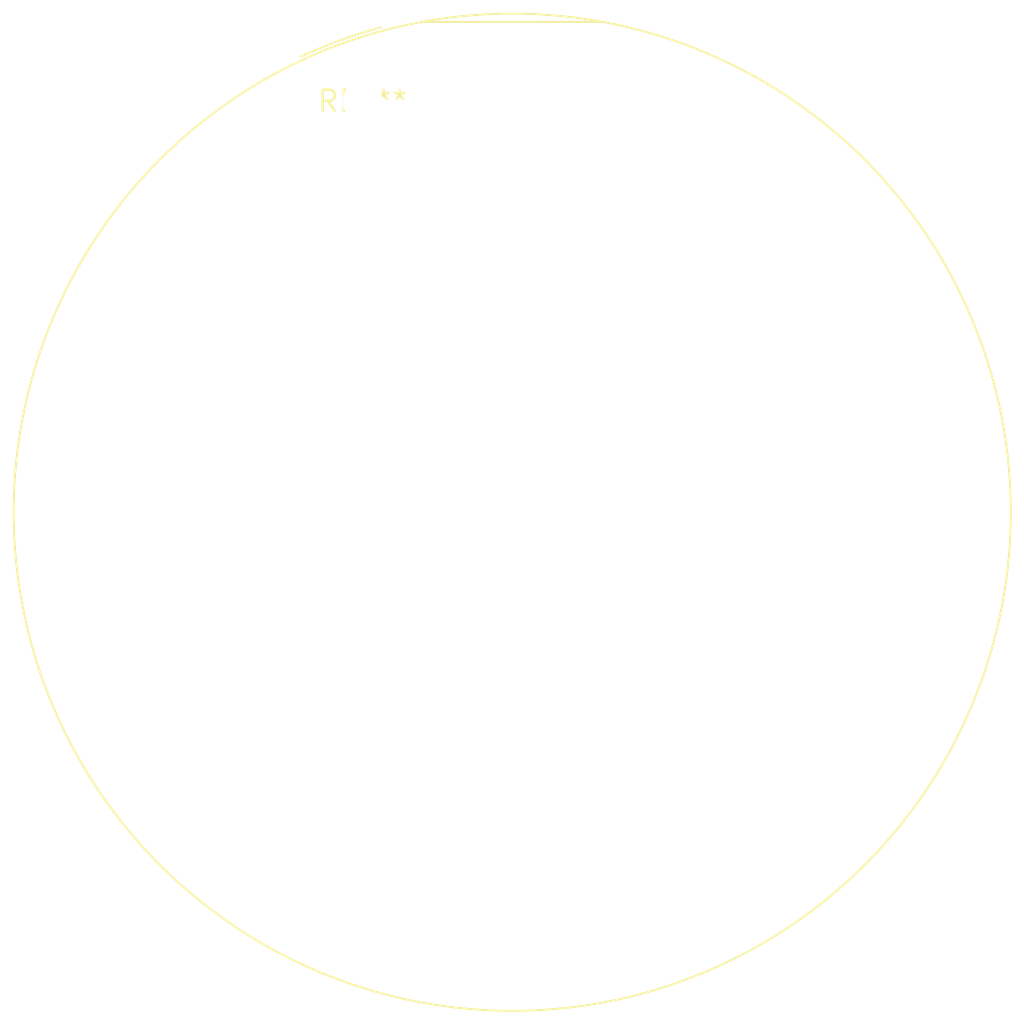
<source format=kicad_pcb>
(kicad_pcb (version 20240108) (generator pcbnew)
  (layers (0 "F.Cu" signal) (31 "B.Cu" signal) (34 "B.Paste" user) (35 "F.Paste" user) (36 "B.SilkS" user "B.Silkscreen") (37 "F.SilkS" user "F.Silkscreen") (38 "B.Mask" user) (39 "F.Mask" user) (44 "Edge.Cuts" user))
  (net 0 "")
  (footprint "L_CommonMode_TDK_B82767S4193N030" (layer "F.Cu") (at 0 0)
    (property "Reference" "REF**")
    (property "Value" "L_CommonMode_TDK_B82767S4193N030")
    (fp_line (start 3.6 -4.8) (end 14.5 -4.8) (layer "F.SilkS") (stroke (width 0.12)))
    (fp_arc (start -3.736466 -2.698145) (mid -1.350566 -3.68392) (end 1.110315 -4.463878) (layer "F.SilkS") (stroke (width 0.12)))
    (fp_circle (center 9.063534 24.901854) (end 39.263534 24.901854) (layer "F.SilkS") (stroke (width 0.12)) (fill none))
    (pad "1" thru_hole roundrect (at 0 0 20) (size 4.5 4.5) (drill 2.44) (layers *.Cu *.Mask) (remove_unused_layers))
    (pad "2" thru_hole circle (at -15.83832 33.965388 20) (size 4.5 4.5) (drill 2.44) (layers *.Cu *.Mask) (remove_unused_layers))
    (pad "3" thru_hole circle (at 18.127068 49.803708 20) (size 4.5 4.5) (drill 2.44) (layers *.Cu *.Mask) (remove_unused_layers))
    (pad "4" thru_hole circle (at 33.965388 15.83832 20) (size 4.5 4.5) (drill 2.44) (layers *.Cu *.Mask) (remove_unused_layers))
    (pad "5" thru_hole circle (at 2.159748 21.971371 357) (size 4.5 4.5) (drill 2.44) (layers *.Cu *.Mask) (remove_unused_layers))
    (pad "6" thru_hole circle (at 6.133051 31.80564 357) (size 4.5 4.5) (drill 2.44) (layers *.Cu *.Mask) (remove_unused_layers))
    (pad "7" thru_hole circle (at 15.96732 27.832337 357) (size 4.5 4.5) (drill 2.44) (layers *.Cu *.Mask) (remove_unused_layers))
    (pad "8" thru_hole circle (at 11.994017 17.998068 357) (size 4.5 4.5) (drill 2.44) (layers *.Cu *.Mask) (remove_unused_layers))
  )
)
</source>
